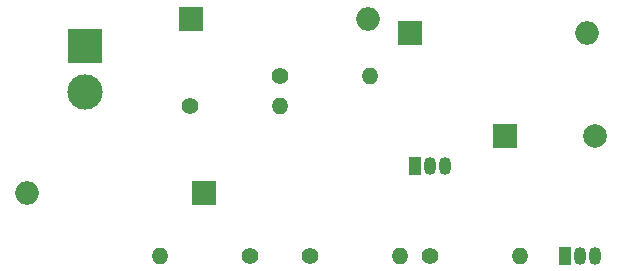
<source format=gbr>
%TF.GenerationSoftware,KiCad,Pcbnew,(6.0.4)*%
%TF.CreationDate,2022-06-15T15:41:16+05:30*%
%TF.ProjectId,subiksha batch,73756269-6b73-4686-9120-62617463682e,rev?*%
%TF.SameCoordinates,Original*%
%TF.FileFunction,Soldermask,Bot*%
%TF.FilePolarity,Negative*%
%FSLAX46Y46*%
G04 Gerber Fmt 4.6, Leading zero omitted, Abs format (unit mm)*
G04 Created by KiCad (PCBNEW (6.0.4)) date 2022-06-15 15:41:16*
%MOMM*%
%LPD*%
G01*
G04 APERTURE LIST*
%ADD10R,1.050000X1.500000*%
%ADD11O,1.050000X1.500000*%
%ADD12C,1.400000*%
%ADD13O,1.400000X1.400000*%
%ADD14R,2.000000X2.000000*%
%ADD15C,2.000000*%
%ADD16R,3.000000X3.000000*%
%ADD17C,3.000000*%
%ADD18O,2.000000X2.000000*%
G04 APERTURE END LIST*
D10*
%TO.C,Q2*%
X170180000Y-101600000D03*
D11*
X171450000Y-101600000D03*
X172720000Y-101600000D03*
%TD*%
D12*
%TO.C,R3*%
X143510000Y-101600000D03*
D13*
X135890000Y-101600000D03*
%TD*%
D12*
%TO.C,R4*%
X138430000Y-88900000D03*
D13*
X146050000Y-88900000D03*
%TD*%
D14*
%TO.C,BZ1*%
X165100000Y-91440000D03*
D15*
X172700000Y-91440000D03*
%TD*%
D16*
%TO.C,J1*%
X129540000Y-83820000D03*
D17*
X129540000Y-87700000D03*
%TD*%
D12*
%TO.C,R2*%
X146050000Y-86360000D03*
D13*
X153670000Y-86360000D03*
%TD*%
D14*
%TO.C,C3*%
X139580000Y-96277500D03*
D18*
X124580000Y-96277500D03*
%TD*%
D12*
%TO.C,R1*%
X158750000Y-101600000D03*
D13*
X166370000Y-101600000D03*
%TD*%
D12*
%TO.C,R5*%
X148590000Y-101600000D03*
D13*
X156210000Y-101600000D03*
%TD*%
D10*
%TO.C,Q1*%
X157480000Y-93980000D03*
D11*
X158750000Y-93980000D03*
X160020000Y-93980000D03*
%TD*%
D14*
%TO.C,C2*%
X157050000Y-82735000D03*
D18*
X172050000Y-82735000D03*
%TD*%
D14*
%TO.C,C1*%
X138500000Y-81522500D03*
D18*
X153500000Y-81522500D03*
%TD*%
M02*

</source>
